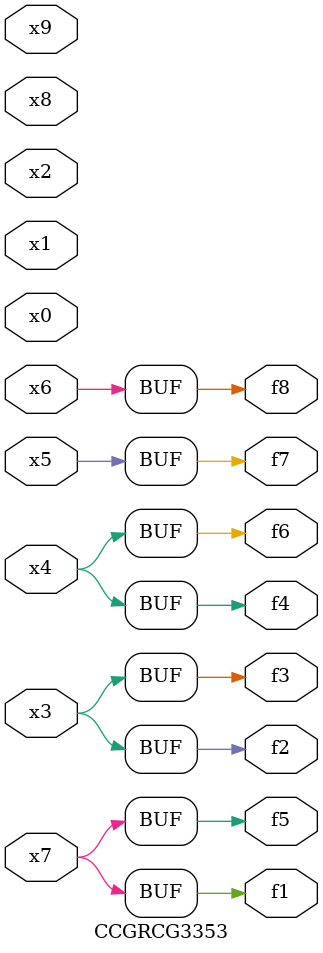
<source format=v>
module CCGRCG3353(
	input x0, x1, x2, x3, x4, x5, x6, x7, x8, x9,
	output f1, f2, f3, f4, f5, f6, f7, f8
);
	assign f1 = x7;
	assign f2 = x3;
	assign f3 = x3;
	assign f4 = x4;
	assign f5 = x7;
	assign f6 = x4;
	assign f7 = x5;
	assign f8 = x6;
endmodule

</source>
